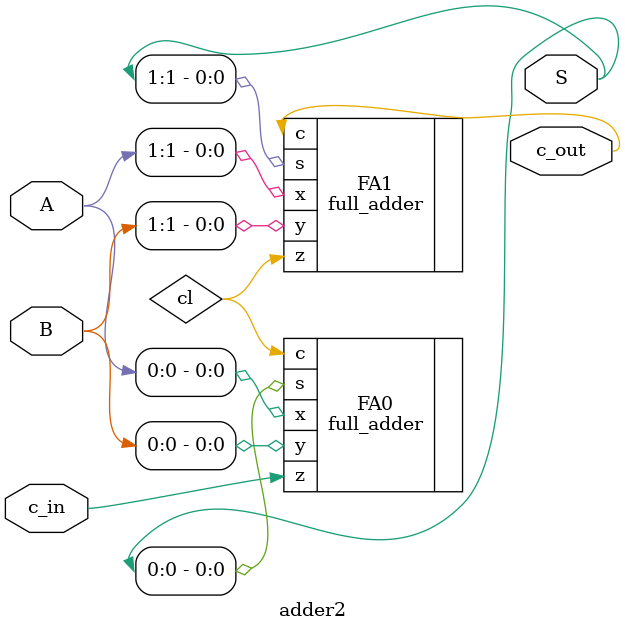
<source format=sv>
module adder2(input[1:0] A, B,
				  input c_in,
				  output[1:0] S,
				  output c_out);
			
			logic cl;
			
			full_adder FA0 (.x(A[0]), .y(B[0]), .z(c_in), .s(S[0]), .c(cl));
			full_adder FA1 (.x(A[1]), .y(B[1]), .z(cl), .s(S[1]), .c(c_out));
			
			

			
endmodule

			
</source>
